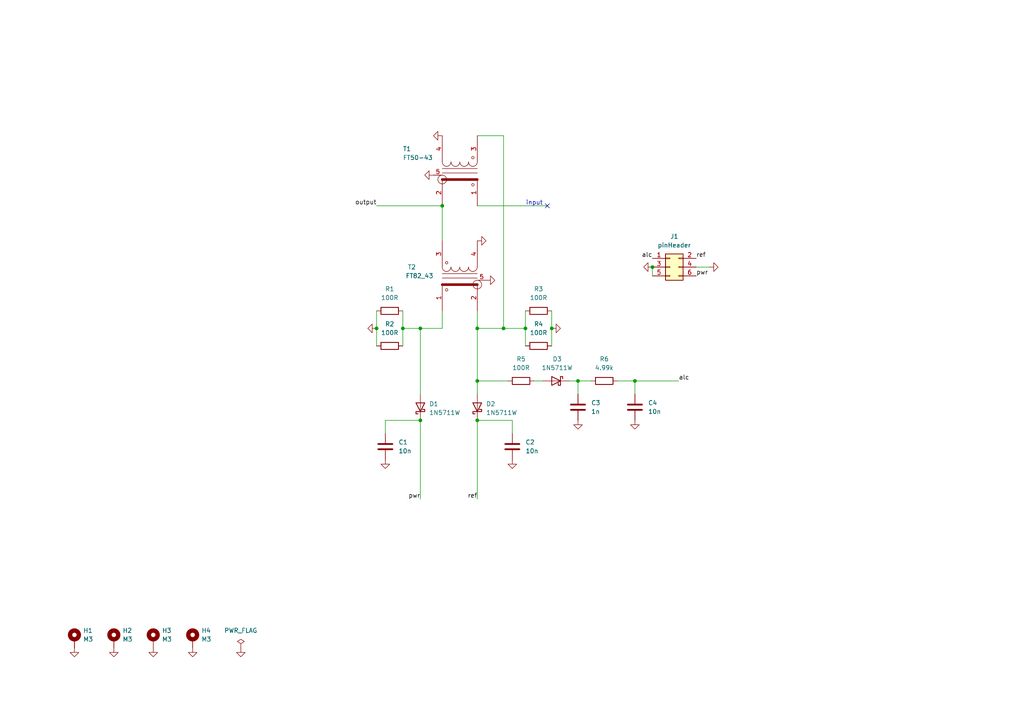
<source format=kicad_sch>
(kicad_sch (version 20230121) (generator eeschema)
  (paper "A4")
  (title_block (title "SWR Meter") (date "2023-04-08") (rev "1.0") (company "S59MZ"))
  (lib_symbols
    (symbol "Connector_Generic:Conn_02x03_Odd_Even" (pin_names (offset 1.016) hide)
      (property "Reference" "J" (at 1.27 5.08 0))
      (property "Value" "Conn_02x03_Odd_Even" (at 1.27 -5.08 0))
      (symbol "Conn_02x03_Odd_Even_1_1"
        (rectangle (start -1.27 -2.413) (end 0 -2.667) (stroke (width 0.1524)))
        (rectangle (start -1.27 0.127) (end 0 -0.127) (stroke (width 0.1524)))
        (rectangle (start -1.27 2.667) (end 0 2.413) (stroke (width 0.1524)))
        (rectangle (start -1.27 3.81) (end 3.81 -3.81) (stroke (width 0.254)) (fill (type background)))
        (rectangle (start 3.81 -2.413) (end 2.54 -2.667) (stroke (width 0.1524)))
        (rectangle (start 3.81 0.127) (end 2.54 -0.127) (stroke (width 0.1524)))
        (rectangle (start 3.81 2.667) (end 2.54 2.413) (stroke (width 0.1524)))
        (pin passive line (at -5.08 2.54 0) (length 3.81) (name "Pin_1") (number "1"))
        (pin passive line (at 7.62 2.54 180) (length 3.81) (name "Pin_2") (number "2"))
        (pin passive line (at -5.08 0 0) (length 3.81) (name "Pin_3") (number "3"))
        (pin passive line (at 7.62 0 180) (length 3.81) (name "Pin_4") (number "4"))
        (pin passive line (at -5.08 -2.54 0) (length 3.81) (name "Pin_5") (number "5"))
        (pin passive line (at 7.62 -2.54 180) (length 3.81) (name "Pin_6") (number "6"))
      )
    )
    (symbol "Device:C" (pin_numbers hide) (pin_names (offset 0.254))
      (property "Reference" "C" (at 0.635 2.54 0))
      (property "Value" "C" (at 0.635 -2.54 0))
      (symbol "C_0_1"
        (polyline (pts (xy -2.032 -0.762) (xy 2.032 -0.762)) (stroke (width 0.508)))
        (polyline (pts (xy -2.032 0.762) (xy 2.032 0.762)) (stroke (width 0.508)))
      )
      (symbol "C_1_1"
        (pin passive line (at 0 3.81 270) (length 2.794) (name "~") (number "1"))
        (pin passive line (at 0 -3.81 90) (length 2.794) (name "~") (number "2"))
      )
    )
    (symbol "Device:R" (pin_numbers hide) (pin_names (offset 0))
      (property "Reference" "R" (at 2.032 0 90))
      (property "Value" "R" (at 0 0 90))
      (symbol "R_0_1"
        (rectangle (start -1.016 -2.54) (end 1.016 2.54) (stroke (width 0.254)))
      )
      (symbol "R_1_1"
        (pin passive line (at 0 3.81 270) (length 1.27) (name "~") (number "1"))
        (pin passive line (at 0 -3.81 90) (length 1.27) (name "~") (number "2"))
      )
    )
    (symbol "Diode:1N5711UR" (pin_numbers hide) (pin_names (offset 1.016) hide)
      (property "Reference" "D" (at 0 2.54 0))
      (property "Value" "1N5711UR" (at 0 -2.54 0))
      (symbol "1N5711UR_0_1"
        (polyline (pts (xy 1.27 0) (xy -1.27 0)))
        (polyline (pts (xy 1.27 1.27) (xy 1.27 -1.27) (xy -1.27 0) (xy 1.27 1.27)) (stroke (width 0.254)))
        (polyline (pts (xy -1.905 0.635) (xy -1.905 1.27) (xy -1.27 1.27) (xy -1.27 -1.27) (xy -0.635 -1.27) (xy -0.635 -0.635)) (stroke (width 0.254)))
      )
      (symbol "1N5711UR_1_1"
        (pin passive line (at -3.81 0 0) (length 2.54) (name "K") (number "1"))
        (pin passive line (at 3.81 0 180) (length 2.54) (name "A") (number "2"))
      )
    )
    (symbol "Library:Transformer_swr" (pin_names (offset 1.016) hide)
      (property "Reference" "T" (at 0 6.35 0))
      (property "Value" "Transformer_swr" (at 0 -7.62 0))
      (symbol "Transformer_swr_0_1"
        (circle (center -3.81 3.81) (radius 0.3592))
        (arc (start -2.54 -5.0546) (mid -1.6599 -4.6901) (end -1.27 -3.81))
        (arc (start -2.54 -2.5146) (mid -1.6599 -2.1501) (end -1.27 -1.27))
        (arc (start -2.54 0.0254) (mid -1.6599 0.3899) (end -1.27 1.27))
        (arc (start -2.54 2.5654) (mid -1.6599 2.9299) (end -1.27 3.81))
        (arc (start -1.27 -3.81) (mid -1.642 -2.912) (end -2.54 -2.54))
        (arc (start -1.27 -1.27) (mid -1.642 -0.372) (end -2.54 0))
        (arc (start -1.27 1.27) (mid -1.642 2.168) (end -2.54 2.54))
        (arc (start -1.27 3.81) (mid -1.642 4.708) (end -2.54 5.08))
        (polyline (pts (xy -0.635 5.08) (xy -0.635 -5.08)))
        (polyline (pts (xy 0.635 -5.08) (xy 0.635 5.08)))
        (polyline (pts (xy 2.54 5.08) (xy 2.54 -5.08)) (stroke (width 0.75)))
        (circle (center 2.54 -5.08) (radius 1.27))
        (circle (center 4.064 3.81) (radius 0.3592))
      )
      (symbol "Transformer_swr_1_1"
        (pin passive line (at 10.16 5.08 180) (length 7.62) (name "SB") (number "1"))
        (pin passive line (at 10.16 -5.08 180) (length 7.62) (name "SA") (number "2"))
        (pin passive line (at -10.16 5.08 0) (length 7.62) (name "AA") (number "3"))
        (pin passive line (at -10.16 -5.08 0) (length 7.62) (name "AB") (number "4"))
        (pin passive line (at 1.27 -7.62 90) (length 2.54) (name "shield") (number "5"))
      )
    )
    (symbol "Mechanical:MountingHole_Pad" (pin_numbers hide) (pin_names (offset 1.016) hide)
      (property "Reference" "H" (at 0 6.35 0))
      (property "Value" "MountingHole_Pad" (at 0 4.445 0))
      (symbol "MountingHole_Pad_0_1"
        (circle (center 0 1.27) (radius 1.27) (stroke (width 1.27)))
      )
      (symbol "MountingHole_Pad_1_1"
        (pin input line (at 0 -2.54 90) (length 2.54) (name "1") (number "1"))
      )
    )
    (symbol "Transformer_swr_1" (pin_names (offset 1.016) hide)
      (property "Reference" "T" (at 0 6.35 0))
      (property "Value" "Transformer_swr_1" (at 0 -7.62 0))
      (symbol "Transformer_swr_1_0_1"
        (circle (center -3.81 3.81) (radius 0.3592))
        (arc (start -2.54 -5.0546) (mid -1.6599 -4.6901) (end -1.27 -3.81))
        (arc (start -2.54 -2.5146) (mid -1.6599 -2.1501) (end -1.27 -1.27))
        (arc (start -2.54 0.0254) (mid -1.6599 0.3899) (end -1.27 1.27))
        (arc (start -2.54 2.5654) (mid -1.6599 2.9299) (end -1.27 3.81))
        (arc (start -1.27 -3.81) (mid -1.642 -2.912) (end -2.54 -2.54))
        (arc (start -1.27 -1.27) (mid -1.642 -0.372) (end -2.54 0))
        (arc (start -1.27 1.27) (mid -1.642 2.168) (end -2.54 2.54))
        (arc (start -1.27 3.81) (mid -1.642 4.708) (end -2.54 5.08))
        (polyline (pts (xy -0.635 5.08) (xy -0.635 -5.08)))
        (polyline (pts (xy 0.635 -5.08) (xy 0.635 5.08)))
        (polyline (pts (xy 2.54 5.08) (xy 2.54 -5.08)) (stroke (width 0.75)))
        (circle (center 2.54 -5.08) (radius 1.27))
        (circle (center 4.064 3.81) (radius 0.3592))
      )
      (symbol "Transformer_swr_1_1_1"
        (pin passive line (at 10.16 5.08 180) (length 7.62) (name "SB") (number "1"))
        (pin passive line (at 10.16 -5.08 180) (length 7.62) (name "SA") (number "2"))
        (pin passive line (at -10.16 5.08 0) (length 7.62) (name "AA") (number "3"))
        (pin passive line (at -10.16 -5.08 0) (length 7.62) (name "AB") (number "4"))
        (pin passive line (at 1.27 -7.62 90) (length 2.54) (name "shield") (number "5"))
      )
    )
    (symbol "power:GND" (power) (pin_names (offset 0))
      (property "Value" "GND" (at 0 -3.81 0))
      (symbol "GND_0_1"
        (polyline (pts (xy 0 0) (xy 0 -1.27) (xy 1.27 -1.27) (xy 0 -2.54) (xy -1.27 -1.27) (xy 0 -1.27)))
      )
      (symbol "GND_1_1"
        (pin power_in line (at 0 0 270) (length 0) hide (name "GND") (number "1"))
      )
    )
    (symbol "power:PWR_FLAG" (power) (pin_numbers hide) (pin_names (offset 0) hide)
      (property "Value" "PWR_FLAG" (at 0 3.81 0))
      (symbol "PWR_FLAG_0_0"
        (pin power_out line (at 0 0 90) (length 0) (name "pwr") (number "1"))
      )
      (symbol "PWR_FLAG_0_1"
        (polyline (pts (xy 0 0) (xy 0 1.27) (xy -1.016 1.905) (xy 0 2.54) (xy 1.016 1.905) (xy 0 1.27)))
      )
    )
  )
  (junction (at 189.23 77.47))
  (junction (at 160.02 95.25))
  (junction (at 152.4 95.25))
  (junction (at 167.64 110.49))
  (junction (at 138.43 95.25))
  (junction (at 109.22 95.25))
  (junction (at 146.05 95.25))
  (junction (at 121.92 121.92))
  (junction (at 138.43 110.49))
  (junction (at 138.43 121.92))
  (junction (at 128.27 59.69))
  (junction (at 121.92 95.25))
  (junction (at 116.84 95.25))
  (junction (at 184.15 110.49))
  (no_connect (at 158.75 59.69))
  (wire (pts (xy 152.4 90.17) (xy 152.4 95.25)))
  (wire (pts (xy 146.05 39.37) (xy 146.05 95.25)))
  (wire (pts (xy 154.94 110.49) (xy 157.48 110.49)))
  (wire (pts (xy 128.27 95.25) (xy 128.27 90.17)))
  (wire (pts (xy 121.92 121.92) (xy 121.92 144.78)))
  (wire (pts (xy 138.43 59.69) (xy 158.75 59.69)))
  (wire (pts (xy 121.92 95.25) (xy 121.92 114.3)))
  (wire (pts (xy 138.43 121.92) (xy 138.43 144.78)))
  (wire (pts (xy 189.23 77.47) (xy 189.23 80.01)))
  (wire (pts (xy 121.92 95.25) (xy 128.27 95.25)))
  (wire (pts (xy 184.15 110.49) (xy 184.15 114.3)))
  (wire (pts (xy 116.84 95.25) (xy 121.92 95.25)))
  (wire (pts (xy 128.27 59.69) (xy 128.27 69.85)))
  (wire (pts (xy 116.84 90.17) (xy 116.84 95.25)))
  (wire (pts (xy 167.64 110.49) (xy 171.45 110.49)))
  (wire (pts (xy 205.74 77.47) (xy 201.93 77.47)))
  (wire (pts (xy 165.1 110.49) (xy 167.64 110.49)))
  (wire (pts (xy 138.43 121.92) (xy 148.59 121.92)))
  (wire (pts (xy 116.84 95.25) (xy 116.84 100.33)))
  (wire (pts (xy 138.43 110.49) (xy 138.43 114.3)))
  (wire (pts (xy 138.43 90.17) (xy 138.43 95.25)))
  (wire (pts (xy 152.4 95.25) (xy 152.4 100.33)))
  (wire (pts (xy 184.15 110.49) (xy 196.85 110.49)))
  (wire (pts (xy 160.02 90.17) (xy 160.02 95.25)))
  (wire (pts (xy 111.76 121.92) (xy 121.92 121.92)))
  (wire (pts (xy 148.59 121.92) (xy 148.59 125.73)))
  (wire (pts (xy 146.05 95.25) (xy 152.4 95.25)))
  (wire (pts (xy 138.43 95.25) (xy 146.05 95.25)))
  (wire (pts (xy 111.76 121.92) (xy 111.76 125.73)))
  (wire (pts (xy 109.22 90.17) (xy 109.22 95.25)))
  (wire (pts (xy 138.43 95.25) (xy 138.43 110.49)))
  (wire (pts (xy 138.43 39.37) (xy 146.05 39.37)))
  (wire (pts (xy 167.64 110.49) (xy 167.64 114.3)))
  (wire (pts (xy 138.43 110.49) (xy 147.32 110.49)))
  (wire (pts (xy 109.22 59.69) (xy 128.27 59.69)))
  (wire (pts (xy 109.22 95.25) (xy 109.22 100.33)))
  (wire (pts (xy 179.07 110.49) (xy 184.15 110.49)))
  (wire (pts (xy 160.02 95.25) (xy 160.02 100.33)))
  (text "input" (at 157.48 59.69 0) (effects (font (size 1.27 1.27)) (justify right bottom)))
  (label "output" (at 109.22 59.69 180))
  (label "ref" (at 138.43 144.78 180))
  (label "ref" (at 201.93 74.93 0))
  (label "alc" (at 189.23 74.93 180))
  (label "pwr" (at 121.92 144.78 180))
  (label "alc" (at 196.85 110.49 0))
  (label "pwr" (at 201.93 80.01 0))
  (symbol (lib_id "Diode:1N5711UR") (at 138.43 118.11 90) (unit 1)
    (property "Reference" "D2" (at 140.97 117.1574 90) (effects (justify right)))
    (property "Value" "1N5711W" (at 140.97 119.6974 90) (effects (justify right)))
    (property "Footprint" "Diode_SMD:D_SOD-123" (effects hide))
    (property "Datasheet" "https://www.microsemi.com/document-portal/doc_download/131890-lds-0040-1-datasheet" (effects hide))
  )
  (symbol (lib_id "Diode:1N5711UR") (at 161.29 110.49 0) (mirror y) (unit 1)
    (property "Reference" "D3" (at 161.6075 104.14 0))
    (property "Value" "1N5711W" (at 161.6075 106.68 0))
    (property "Footprint" "Diode_SMD:D_SOD-123" (effects hide))
    (property "Datasheet" "https://www.microsemi.com/document-portal/doc_download/131890-lds-0040-1-datasheet" (effects hide))
  )
  (symbol (lib_id "power:GND") (at 69.85 187.96 0) (unit 1)
    (property "Reference" "#PWR0117" (effects hide))
    (property "Value" "GND" (effects hide))
  )
  (symbol (lib_id "Library:Transformer_swr") (at 133.35 80.01 90) (mirror x) (unit 1)
    (property "Reference" "T2" (at 120.65 77.47 90) (effects (justify left)))
    (property "Value" "FT82_43" (at 125.73 80.01 90) (effects (justify left)))
    (property "Footprint" "Library:Transformer_swr_25" (effects hide))
  )
  (symbol (lib_id "Device:R") (at 156.21 100.33 270) (mirror x) (unit 1)
    (property "Reference" "R4" (at 156.21 93.98 90))
    (property "Value" "100R" (at 156.21 96.52 90))
    (property "Footprint" "Resistor_THT:R_Axial_DIN0516_L15.5mm_D5.0mm_P20.32mm_Horizontal" (effects hide))
  )
  (symbol (lib_id "power:GND") (at 205.74 77.47 90) (mirror x) (unit 1)
    (property "Reference" "#PWR0111" (effects hide))
    (property "Value" "GND" (effects hide))
  )
  (symbol (lib_id "power:GND") (at 111.76 133.35 0) (unit 1)
    (property "Reference" "#PWR0112" (effects hide))
    (property "Value" "GND" (effects hide))
  )
  (symbol (lib_id "Mechanical:MountingHole_Pad") (at 44.45 185.42 0) (unit 1)
    (property "Reference" "H3" (at 46.99 182.8799 0) (effects (justify left)))
    (property "Value" "M3" (at 46.99 185.4199 0) (effects (justify left)))
    (property "Footprint" "MountingHole:MountingHole_3.2mm_M3_DIN965_Pad" (effects hide))
  )
  (symbol (lib_id "Device:R") (at 156.21 90.17 270) (mirror x) (unit 1)
    (property "Reference" "R3" (at 156.21 83.82 90))
    (property "Value" "100R" (at 156.21 86.36 90))
    (property "Footprint" "Resistor_THT:R_Axial_DIN0516_L15.5mm_D5.0mm_P20.32mm_Horizontal" (effects hide))
  )
  (symbol (lib_id "power:GND") (at 140.97 81.28 90) (mirror x) (unit 1)
    (property "Reference" "#PWR0105" (effects hide))
    (property "Value" "GND" (effects hide))
  )
  (symbol (lib_id "Device:R") (at 113.03 100.33 90) (unit 1)
    (property "Reference" "R2" (at 113.03 93.98 90))
    (property "Value" "100R" (at 113.03 96.52 90))
    (property "Footprint" "Resistor_THT:R_Axial_DIN0516_L15.5mm_D5.0mm_P20.32mm_Horizontal" (effects hide))
  )
  (symbol (lib_id "Diode:1N5711UR") (at 121.92 118.11 90) (unit 1)
    (property "Reference" "D1" (at 124.46 117.1574 90) (effects (justify right)))
    (property "Value" "1N5711W" (at 124.46 119.6974 90) (effects (justify right)))
    (property "Footprint" "Diode_SMD:D_SOD-123" (effects hide))
    (property "Datasheet" "https://www.microsemi.com/document-portal/doc_download/131890-lds-0040-1-datasheet" (effects hide))
  )
  (symbol (lib_id "power:GND") (at 125.73 50.8 270) (unit 1)
    (property "Reference" "#PWR0102" (effects hide))
    (property "Value" "GND" (effects hide))
  )
  (symbol (lib_id "power:GND") (at 184.15 121.92 0) (unit 1)
    (property "Reference" "#PWR0108" (effects hide))
    (property "Value" "GND" (effects hide))
  )
  (symbol (lib_id "power:GND") (at 55.88 187.96 0) (unit 1)
    (property "Reference" "#PWR0113" (effects hide))
    (property "Value" "GND" (effects hide))
  )
  (symbol (lib_id "Mechanical:MountingHole_Pad") (at 21.59 185.42 0) (unit 1)
    (property "Reference" "H1" (at 24.13 182.8799 0) (effects (justify left)))
    (property "Value" "M3" (at 24.13 185.4199 0) (effects (justify left)))
    (property "Footprint" "MountingHole:MountingHole_3.2mm_M3_DIN965_Pad" (effects hide))
  )
  (symbol (lib_id "power:GND") (at 138.43 69.85 90) (mirror x) (unit 1)
    (property "Reference" "#PWR0106" (effects hide))
    (property "Value" "GND" (effects hide))
  )
  (symbol (lib_id "power:GND") (at 21.59 187.96 0) (unit 1)
    (property "Reference" "#PWR0114" (effects hide))
    (property "Value" "GND" (effects hide))
  )
  (symbol (lib_name "Transformer_swr_1") (lib_id "Library:Transformer_swr") (at 133.35 49.53 270) (unit 1)
    (property "Reference" "T1" (at 116.84 43.18 90) (effects (justify left)))
    (property "Value" "FT50-43" (at 116.84 45.72 90) (effects (justify left)))
    (property "Footprint" "Library:Transformer_swr_20" (effects hide))
  )
  (symbol (lib_id "Device:C") (at 148.59 129.54 0) (unit 1)
    (property "Reference" "C2" (at 152.4 128.2699 0) (effects (justify left)))
    (property "Value" "10n" (at 152.4 130.8099 0) (effects (justify left)))
    (property "Footprint" "Capacitor_SMD:C_0805_2012Metric_Pad1.18x1.45mm_HandSolder" (effects hide))
  )
  (symbol (lib_id "power:GND") (at 189.23 77.47 270) (unit 1)
    (property "Reference" "#PWR0110" (effects hide))
    (property "Value" "GND" (effects hide))
  )
  (symbol (lib_id "Device:R") (at 151.13 110.49 90) (unit 1)
    (property "Reference" "R5" (at 151.13 104.14 90))
    (property "Value" "100R" (at 151.13 106.68 90))
    (property "Footprint" "Resistor_SMD:R_0805_2012Metric_Pad1.20x1.40mm_HandSolder" (effects hide))
  )
  (symbol (lib_id "Connector_Generic:Conn_02x03_Odd_Even") (at 194.31 77.47 0) (unit 1)
    (property "Reference" "J1" (at 195.58 68.58 0))
    (property "Value" "pinHeader" (at 195.58 71.12 0))
    (property "Footprint" "Connector_PinHeader_2.54mm:PinHeader_2x03_P2.54mm_Vertical" (effects hide))
  )
  (symbol (lib_id "Device:C") (at 111.76 129.54 0) (unit 1)
    (property "Reference" "C1" (at 115.57 128.2699 0) (effects (justify left)))
    (property "Value" "10n" (at 115.57 130.8099 0) (effects (justify left)))
    (property "Footprint" "Capacitor_SMD:C_0805_2012Metric_Pad1.18x1.45mm_HandSolder" (effects hide))
  )
  (symbol (lib_id "power:GND") (at 109.22 95.25 270) (unit 1)
    (property "Reference" "#PWR0104" (effects hide))
    (property "Value" "GND" (effects hide))
  )
  (symbol (lib_id "Device:C") (at 167.64 118.11 0) (unit 1)
    (property "Reference" "C3" (at 171.45 116.8399 0) (effects (justify left)))
    (property "Value" "1n" (at 171.45 119.3799 0) (effects (justify left)))
    (property "Footprint" "Capacitor_SMD:C_0805_2012Metric_Pad1.18x1.45mm_HandSolder" (effects hide))
  )
  (symbol (lib_id "Device:R") (at 175.26 110.49 90) (unit 1)
    (property "Reference" "R6" (at 175.26 104.14 90))
    (property "Value" "4.99k" (at 175.26 106.68 90))
    (property "Footprint" "Resistor_SMD:R_0805_2012Metric_Pad1.20x1.40mm_HandSolder" (effects hide))
  )
  (symbol (lib_id "power:GND") (at 167.64 121.92 0) (unit 1)
    (property "Reference" "#PWR0101" (effects hide))
    (property "Value" "GND" (effects hide))
  )
  (symbol (lib_id "power:GND") (at 44.45 187.96 0) (unit 1)
    (property "Reference" "#PWR0115" (effects hide))
    (property "Value" "GND" (effects hide))
  )
  (symbol (lib_id "Device:R") (at 113.03 90.17 90) (unit 1)
    (property "Reference" "R1" (at 113.03 83.82 90))
    (property "Value" "100R" (at 113.03 86.36 90))
    (property "Footprint" "Resistor_THT:R_Axial_DIN0516_L15.5mm_D5.0mm_P20.32mm_Horizontal" (effects hide))
  )
  (symbol (lib_id "Mechanical:MountingHole_Pad") (at 33.02 185.42 0) (unit 1)
    (property "Reference" "H2" (at 35.56 182.8799 0) (effects (justify left)))
    (property "Value" "M3" (at 35.56 185.4199 0) (effects (justify left)))
    (property "Footprint" "MountingHole:MountingHole_3.2mm_M3_DIN965_Pad" (effects hide))
  )
  (symbol (lib_id "Device:C") (at 184.15 118.11 0) (unit 1)
    (property "Reference" "C4" (at 187.96 116.8399 0) (effects (justify left)))
    (property "Value" "10n" (at 187.96 119.3799 0) (effects (justify left)))
    (property "Footprint" "Capacitor_SMD:C_0805_2012Metric_Pad1.18x1.45mm_HandSolder" (effects hide))
  )
  (symbol (lib_id "power:GND") (at 128.27 39.37 270) (unit 1)
    (property "Reference" "#PWR0103" (effects hide))
    (property "Value" "GND" (effects hide))
  )
  (symbol (lib_id "power:GND") (at 160.02 95.25 90) (mirror x) (unit 1)
    (property "Reference" "#PWR0109" (effects hide))
    (property "Value" "GND" (effects hide))
  )
  (symbol (lib_id "power:PWR_FLAG") (at 69.85 187.96 0) (unit 1)
    (property "Reference" "#FLG0101" (effects hide))
    (property "Value" "PWR_FLAG" (at 69.85 182.88 0))
  )
  (symbol (lib_id "power:GND") (at 33.02 187.96 0) (unit 1)
    (property "Reference" "#PWR0116" (effects hide))
    (property "Value" "GND" (effects hide))
  )
  (symbol (lib_id "Mechanical:MountingHole_Pad") (at 55.88 185.42 0) (unit 1)
    (property "Reference" "H4" (at 58.42 182.8799 0) (effects (justify left)))
    (property "Value" "M3" (at 58.42 185.4199 0) (effects (justify left)))
    (property "Footprint" "MountingHole:MountingHole_3.2mm_M3_DIN965_Pad" (effects hide))
  )
  (symbol (lib_id "power:GND") (at 148.59 133.35 0) (unit 1)
    (property "Reference" "#PWR0107" (effects hide))
    (property "Value" "GND" (effects hide))
  )
)
</source>
